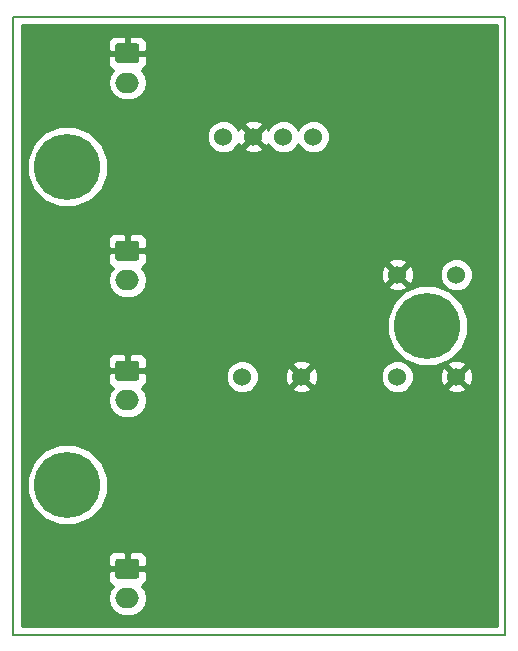
<source format=gbl>
%TF.GenerationSoftware,KiCad,Pcbnew,5.0.2+dfsg1-1*%
%TF.CreationDate,2022-03-26T23:48:13+09:00*%
%TF.ProjectId,tablet-psu,7461626c-6574-42d7-9073-752e6b696361,rev?*%
%TF.SameCoordinates,Original*%
%TF.FileFunction,Copper,L2,Bot*%
%TF.FilePolarity,Positive*%
%FSLAX46Y46*%
G04 Gerber Fmt 4.6, Leading zero omitted, Abs format (unit mm)*
G04 Created by KiCad (PCBNEW 5.0.2+dfsg1-1) date Sat 26 Mar 2022 11:48:13 PM JST*
%MOMM*%
%LPD*%
G01*
G04 APERTURE LIST*
%ADD10C,0.150000*%
%ADD11O,2.000000X1.700000*%
%ADD12C,0.100000*%
%ADD13C,1.700000*%
%ADD14C,1.524000*%
%ADD15C,5.600000*%
%ADD16C,0.254000*%
G04 APERTURE END LIST*
D10*
X138176000Y-70104000D02*
X138176000Y-122428000D01*
X96520000Y-70104000D02*
X138176000Y-70104000D01*
X96520000Y-122428000D02*
X138176000Y-122428000D01*
X96520000Y-70104000D02*
X96520000Y-122428000D01*
D11*
X106172000Y-75692000D03*
D12*
G36*
X106946504Y-72343204D02*
X106970773Y-72346804D01*
X106994571Y-72352765D01*
X107017671Y-72361030D01*
X107039849Y-72371520D01*
X107060893Y-72384133D01*
X107080598Y-72398747D01*
X107098777Y-72415223D01*
X107115253Y-72433402D01*
X107129867Y-72453107D01*
X107142480Y-72474151D01*
X107152970Y-72496329D01*
X107161235Y-72519429D01*
X107167196Y-72543227D01*
X107170796Y-72567496D01*
X107172000Y-72592000D01*
X107172000Y-73792000D01*
X107170796Y-73816504D01*
X107167196Y-73840773D01*
X107161235Y-73864571D01*
X107152970Y-73887671D01*
X107142480Y-73909849D01*
X107129867Y-73930893D01*
X107115253Y-73950598D01*
X107098777Y-73968777D01*
X107080598Y-73985253D01*
X107060893Y-73999867D01*
X107039849Y-74012480D01*
X107017671Y-74022970D01*
X106994571Y-74031235D01*
X106970773Y-74037196D01*
X106946504Y-74040796D01*
X106922000Y-74042000D01*
X105422000Y-74042000D01*
X105397496Y-74040796D01*
X105373227Y-74037196D01*
X105349429Y-74031235D01*
X105326329Y-74022970D01*
X105304151Y-74012480D01*
X105283107Y-73999867D01*
X105263402Y-73985253D01*
X105245223Y-73968777D01*
X105228747Y-73950598D01*
X105214133Y-73930893D01*
X105201520Y-73909849D01*
X105191030Y-73887671D01*
X105182765Y-73864571D01*
X105176804Y-73840773D01*
X105173204Y-73816504D01*
X105172000Y-73792000D01*
X105172000Y-72592000D01*
X105173204Y-72567496D01*
X105176804Y-72543227D01*
X105182765Y-72519429D01*
X105191030Y-72496329D01*
X105201520Y-72474151D01*
X105214133Y-72453107D01*
X105228747Y-72433402D01*
X105245223Y-72415223D01*
X105263402Y-72398747D01*
X105283107Y-72384133D01*
X105304151Y-72371520D01*
X105326329Y-72361030D01*
X105349429Y-72352765D01*
X105373227Y-72346804D01*
X105397496Y-72343204D01*
X105422000Y-72342000D01*
X106922000Y-72342000D01*
X106946504Y-72343204D01*
X106946504Y-72343204D01*
G37*
D13*
X106172000Y-73192000D03*
D12*
G36*
X106946504Y-89067204D02*
X106970773Y-89070804D01*
X106994571Y-89076765D01*
X107017671Y-89085030D01*
X107039849Y-89095520D01*
X107060893Y-89108133D01*
X107080598Y-89122747D01*
X107098777Y-89139223D01*
X107115253Y-89157402D01*
X107129867Y-89177107D01*
X107142480Y-89198151D01*
X107152970Y-89220329D01*
X107161235Y-89243429D01*
X107167196Y-89267227D01*
X107170796Y-89291496D01*
X107172000Y-89316000D01*
X107172000Y-90516000D01*
X107170796Y-90540504D01*
X107167196Y-90564773D01*
X107161235Y-90588571D01*
X107152970Y-90611671D01*
X107142480Y-90633849D01*
X107129867Y-90654893D01*
X107115253Y-90674598D01*
X107098777Y-90692777D01*
X107080598Y-90709253D01*
X107060893Y-90723867D01*
X107039849Y-90736480D01*
X107017671Y-90746970D01*
X106994571Y-90755235D01*
X106970773Y-90761196D01*
X106946504Y-90764796D01*
X106922000Y-90766000D01*
X105422000Y-90766000D01*
X105397496Y-90764796D01*
X105373227Y-90761196D01*
X105349429Y-90755235D01*
X105326329Y-90746970D01*
X105304151Y-90736480D01*
X105283107Y-90723867D01*
X105263402Y-90709253D01*
X105245223Y-90692777D01*
X105228747Y-90674598D01*
X105214133Y-90654893D01*
X105201520Y-90633849D01*
X105191030Y-90611671D01*
X105182765Y-90588571D01*
X105176804Y-90564773D01*
X105173204Y-90540504D01*
X105172000Y-90516000D01*
X105172000Y-89316000D01*
X105173204Y-89291496D01*
X105176804Y-89267227D01*
X105182765Y-89243429D01*
X105191030Y-89220329D01*
X105201520Y-89198151D01*
X105214133Y-89177107D01*
X105228747Y-89157402D01*
X105245223Y-89139223D01*
X105263402Y-89122747D01*
X105283107Y-89108133D01*
X105304151Y-89095520D01*
X105326329Y-89085030D01*
X105349429Y-89076765D01*
X105373227Y-89070804D01*
X105397496Y-89067204D01*
X105422000Y-89066000D01*
X106922000Y-89066000D01*
X106946504Y-89067204D01*
X106946504Y-89067204D01*
G37*
D13*
X106172000Y-89916000D03*
D11*
X106172000Y-92416000D03*
X106172000Y-102576000D03*
D12*
G36*
X106946504Y-99227204D02*
X106970773Y-99230804D01*
X106994571Y-99236765D01*
X107017671Y-99245030D01*
X107039849Y-99255520D01*
X107060893Y-99268133D01*
X107080598Y-99282747D01*
X107098777Y-99299223D01*
X107115253Y-99317402D01*
X107129867Y-99337107D01*
X107142480Y-99358151D01*
X107152970Y-99380329D01*
X107161235Y-99403429D01*
X107167196Y-99427227D01*
X107170796Y-99451496D01*
X107172000Y-99476000D01*
X107172000Y-100676000D01*
X107170796Y-100700504D01*
X107167196Y-100724773D01*
X107161235Y-100748571D01*
X107152970Y-100771671D01*
X107142480Y-100793849D01*
X107129867Y-100814893D01*
X107115253Y-100834598D01*
X107098777Y-100852777D01*
X107080598Y-100869253D01*
X107060893Y-100883867D01*
X107039849Y-100896480D01*
X107017671Y-100906970D01*
X106994571Y-100915235D01*
X106970773Y-100921196D01*
X106946504Y-100924796D01*
X106922000Y-100926000D01*
X105422000Y-100926000D01*
X105397496Y-100924796D01*
X105373227Y-100921196D01*
X105349429Y-100915235D01*
X105326329Y-100906970D01*
X105304151Y-100896480D01*
X105283107Y-100883867D01*
X105263402Y-100869253D01*
X105245223Y-100852777D01*
X105228747Y-100834598D01*
X105214133Y-100814893D01*
X105201520Y-100793849D01*
X105191030Y-100771671D01*
X105182765Y-100748571D01*
X105176804Y-100724773D01*
X105173204Y-100700504D01*
X105172000Y-100676000D01*
X105172000Y-99476000D01*
X105173204Y-99451496D01*
X105176804Y-99427227D01*
X105182765Y-99403429D01*
X105191030Y-99380329D01*
X105201520Y-99358151D01*
X105214133Y-99337107D01*
X105228747Y-99317402D01*
X105245223Y-99299223D01*
X105263402Y-99282747D01*
X105283107Y-99268133D01*
X105304151Y-99255520D01*
X105326329Y-99245030D01*
X105349429Y-99236765D01*
X105373227Y-99230804D01*
X105397496Y-99227204D01*
X105422000Y-99226000D01*
X106922000Y-99226000D01*
X106946504Y-99227204D01*
X106946504Y-99227204D01*
G37*
D13*
X106172000Y-100076000D03*
D12*
G36*
X106946504Y-115991204D02*
X106970773Y-115994804D01*
X106994571Y-116000765D01*
X107017671Y-116009030D01*
X107039849Y-116019520D01*
X107060893Y-116032133D01*
X107080598Y-116046747D01*
X107098777Y-116063223D01*
X107115253Y-116081402D01*
X107129867Y-116101107D01*
X107142480Y-116122151D01*
X107152970Y-116144329D01*
X107161235Y-116167429D01*
X107167196Y-116191227D01*
X107170796Y-116215496D01*
X107172000Y-116240000D01*
X107172000Y-117440000D01*
X107170796Y-117464504D01*
X107167196Y-117488773D01*
X107161235Y-117512571D01*
X107152970Y-117535671D01*
X107142480Y-117557849D01*
X107129867Y-117578893D01*
X107115253Y-117598598D01*
X107098777Y-117616777D01*
X107080598Y-117633253D01*
X107060893Y-117647867D01*
X107039849Y-117660480D01*
X107017671Y-117670970D01*
X106994571Y-117679235D01*
X106970773Y-117685196D01*
X106946504Y-117688796D01*
X106922000Y-117690000D01*
X105422000Y-117690000D01*
X105397496Y-117688796D01*
X105373227Y-117685196D01*
X105349429Y-117679235D01*
X105326329Y-117670970D01*
X105304151Y-117660480D01*
X105283107Y-117647867D01*
X105263402Y-117633253D01*
X105245223Y-117616777D01*
X105228747Y-117598598D01*
X105214133Y-117578893D01*
X105201520Y-117557849D01*
X105191030Y-117535671D01*
X105182765Y-117512571D01*
X105176804Y-117488773D01*
X105173204Y-117464504D01*
X105172000Y-117440000D01*
X105172000Y-116240000D01*
X105173204Y-116215496D01*
X105176804Y-116191227D01*
X105182765Y-116167429D01*
X105191030Y-116144329D01*
X105201520Y-116122151D01*
X105214133Y-116101107D01*
X105228747Y-116081402D01*
X105245223Y-116063223D01*
X105263402Y-116046747D01*
X105283107Y-116032133D01*
X105304151Y-116019520D01*
X105326329Y-116009030D01*
X105349429Y-116000765D01*
X105373227Y-115994804D01*
X105397496Y-115991204D01*
X105422000Y-115990000D01*
X106922000Y-115990000D01*
X106946504Y-115991204D01*
X106946504Y-115991204D01*
G37*
D13*
X106172000Y-116840000D03*
D11*
X106172000Y-119340000D03*
D14*
X114300000Y-80264000D03*
X116840000Y-80264000D03*
X119380000Y-80264000D03*
X121920000Y-80264000D03*
X134032000Y-91948000D03*
X129032000Y-91948000D03*
X115904000Y-100584000D03*
X120904000Y-100584000D03*
X134032000Y-100584000D03*
X129032000Y-100584000D03*
D15*
X101092000Y-82804000D03*
X101092000Y-109728000D03*
X131572000Y-96266000D03*
D16*
G36*
X137466001Y-121718000D02*
X97230000Y-121718000D01*
X97230000Y-119340000D01*
X104507908Y-119340000D01*
X104623161Y-119919418D01*
X104951375Y-120410625D01*
X105442582Y-120738839D01*
X105875744Y-120825000D01*
X106468256Y-120825000D01*
X106901418Y-120738839D01*
X107392625Y-120410625D01*
X107720839Y-119919418D01*
X107836092Y-119340000D01*
X107720839Y-118760582D01*
X107401291Y-118282344D01*
X107531699Y-118228327D01*
X107710327Y-118049698D01*
X107807000Y-117816309D01*
X107807000Y-117125750D01*
X107648250Y-116967000D01*
X106299000Y-116967000D01*
X106299000Y-116987000D01*
X106045000Y-116987000D01*
X106045000Y-116967000D01*
X104695750Y-116967000D01*
X104537000Y-117125750D01*
X104537000Y-117816309D01*
X104633673Y-118049698D01*
X104812301Y-118228327D01*
X104942709Y-118282344D01*
X104623161Y-118760582D01*
X104507908Y-119340000D01*
X97230000Y-119340000D01*
X97230000Y-115863691D01*
X104537000Y-115863691D01*
X104537000Y-116554250D01*
X104695750Y-116713000D01*
X106045000Y-116713000D01*
X106045000Y-115513750D01*
X106299000Y-115513750D01*
X106299000Y-116713000D01*
X107648250Y-116713000D01*
X107807000Y-116554250D01*
X107807000Y-115863691D01*
X107710327Y-115630302D01*
X107531699Y-115451673D01*
X107298310Y-115355000D01*
X106457750Y-115355000D01*
X106299000Y-115513750D01*
X106045000Y-115513750D01*
X105886250Y-115355000D01*
X105045690Y-115355000D01*
X104812301Y-115451673D01*
X104633673Y-115630302D01*
X104537000Y-115863691D01*
X97230000Y-115863691D01*
X97230000Y-109044736D01*
X97657000Y-109044736D01*
X97657000Y-110411264D01*
X98179947Y-111673771D01*
X99146229Y-112640053D01*
X100408736Y-113163000D01*
X101775264Y-113163000D01*
X103037771Y-112640053D01*
X104004053Y-111673771D01*
X104527000Y-110411264D01*
X104527000Y-109044736D01*
X104004053Y-107782229D01*
X103037771Y-106815947D01*
X101775264Y-106293000D01*
X100408736Y-106293000D01*
X99146229Y-106815947D01*
X98179947Y-107782229D01*
X97657000Y-109044736D01*
X97230000Y-109044736D01*
X97230000Y-102576000D01*
X104507908Y-102576000D01*
X104623161Y-103155418D01*
X104951375Y-103646625D01*
X105442582Y-103974839D01*
X105875744Y-104061000D01*
X106468256Y-104061000D01*
X106901418Y-103974839D01*
X107392625Y-103646625D01*
X107720839Y-103155418D01*
X107836092Y-102576000D01*
X107720839Y-101996582D01*
X107401291Y-101518344D01*
X107531699Y-101464327D01*
X107710327Y-101285698D01*
X107807000Y-101052309D01*
X107807000Y-100361750D01*
X107751369Y-100306119D01*
X114507000Y-100306119D01*
X114507000Y-100861881D01*
X114719680Y-101375337D01*
X115112663Y-101768320D01*
X115626119Y-101981000D01*
X116181881Y-101981000D01*
X116695337Y-101768320D01*
X116899444Y-101564213D01*
X120103392Y-101564213D01*
X120172857Y-101806397D01*
X120696302Y-101993144D01*
X121251368Y-101965362D01*
X121635143Y-101806397D01*
X121704608Y-101564213D01*
X120904000Y-100763605D01*
X120103392Y-101564213D01*
X116899444Y-101564213D01*
X117088320Y-101375337D01*
X117301000Y-100861881D01*
X117301000Y-100376302D01*
X119494856Y-100376302D01*
X119522638Y-100931368D01*
X119681603Y-101315143D01*
X119923787Y-101384608D01*
X120724395Y-100584000D01*
X121083605Y-100584000D01*
X121884213Y-101384608D01*
X122126397Y-101315143D01*
X122313144Y-100791698D01*
X122288840Y-100306119D01*
X127635000Y-100306119D01*
X127635000Y-100861881D01*
X127847680Y-101375337D01*
X128240663Y-101768320D01*
X128754119Y-101981000D01*
X129309881Y-101981000D01*
X129823337Y-101768320D01*
X130027444Y-101564213D01*
X133231392Y-101564213D01*
X133300857Y-101806397D01*
X133824302Y-101993144D01*
X134379368Y-101965362D01*
X134763143Y-101806397D01*
X134832608Y-101564213D01*
X134032000Y-100763605D01*
X133231392Y-101564213D01*
X130027444Y-101564213D01*
X130216320Y-101375337D01*
X130429000Y-100861881D01*
X130429000Y-100376302D01*
X132622856Y-100376302D01*
X132650638Y-100931368D01*
X132809603Y-101315143D01*
X133051787Y-101384608D01*
X133852395Y-100584000D01*
X134211605Y-100584000D01*
X135012213Y-101384608D01*
X135254397Y-101315143D01*
X135441144Y-100791698D01*
X135413362Y-100236632D01*
X135254397Y-99852857D01*
X135012213Y-99783392D01*
X134211605Y-100584000D01*
X133852395Y-100584000D01*
X133051787Y-99783392D01*
X132809603Y-99852857D01*
X132622856Y-100376302D01*
X130429000Y-100376302D01*
X130429000Y-100306119D01*
X130216320Y-99792663D01*
X129823337Y-99399680D01*
X129309881Y-99187000D01*
X128754119Y-99187000D01*
X128240663Y-99399680D01*
X127847680Y-99792663D01*
X127635000Y-100306119D01*
X122288840Y-100306119D01*
X122285362Y-100236632D01*
X122126397Y-99852857D01*
X121884213Y-99783392D01*
X121083605Y-100584000D01*
X120724395Y-100584000D01*
X119923787Y-99783392D01*
X119681603Y-99852857D01*
X119494856Y-100376302D01*
X117301000Y-100376302D01*
X117301000Y-100306119D01*
X117088320Y-99792663D01*
X116899444Y-99603787D01*
X120103392Y-99603787D01*
X120904000Y-100404395D01*
X121704608Y-99603787D01*
X121635143Y-99361603D01*
X121111698Y-99174856D01*
X120556632Y-99202638D01*
X120172857Y-99361603D01*
X120103392Y-99603787D01*
X116899444Y-99603787D01*
X116695337Y-99399680D01*
X116181881Y-99187000D01*
X115626119Y-99187000D01*
X115112663Y-99399680D01*
X114719680Y-99792663D01*
X114507000Y-100306119D01*
X107751369Y-100306119D01*
X107648250Y-100203000D01*
X106299000Y-100203000D01*
X106299000Y-100223000D01*
X106045000Y-100223000D01*
X106045000Y-100203000D01*
X104695750Y-100203000D01*
X104537000Y-100361750D01*
X104537000Y-101052309D01*
X104633673Y-101285698D01*
X104812301Y-101464327D01*
X104942709Y-101518344D01*
X104623161Y-101996582D01*
X104507908Y-102576000D01*
X97230000Y-102576000D01*
X97230000Y-99099691D01*
X104537000Y-99099691D01*
X104537000Y-99790250D01*
X104695750Y-99949000D01*
X106045000Y-99949000D01*
X106045000Y-98749750D01*
X106299000Y-98749750D01*
X106299000Y-99949000D01*
X107648250Y-99949000D01*
X107807000Y-99790250D01*
X107807000Y-99099691D01*
X107710327Y-98866302D01*
X107531699Y-98687673D01*
X107298310Y-98591000D01*
X106457750Y-98591000D01*
X106299000Y-98749750D01*
X106045000Y-98749750D01*
X105886250Y-98591000D01*
X105045690Y-98591000D01*
X104812301Y-98687673D01*
X104633673Y-98866302D01*
X104537000Y-99099691D01*
X97230000Y-99099691D01*
X97230000Y-95582736D01*
X128137000Y-95582736D01*
X128137000Y-96949264D01*
X128659947Y-98211771D01*
X129626229Y-99178053D01*
X130888736Y-99701000D01*
X132255264Y-99701000D01*
X132489957Y-99603787D01*
X133231392Y-99603787D01*
X134032000Y-100404395D01*
X134832608Y-99603787D01*
X134763143Y-99361603D01*
X134239698Y-99174856D01*
X133684632Y-99202638D01*
X133300857Y-99361603D01*
X133231392Y-99603787D01*
X132489957Y-99603787D01*
X133517771Y-99178053D01*
X134484053Y-98211771D01*
X135007000Y-96949264D01*
X135007000Y-95582736D01*
X134484053Y-94320229D01*
X133517771Y-93353947D01*
X132255264Y-92831000D01*
X130888736Y-92831000D01*
X129626229Y-93353947D01*
X128659947Y-94320229D01*
X128137000Y-95582736D01*
X97230000Y-95582736D01*
X97230000Y-92416000D01*
X104507908Y-92416000D01*
X104623161Y-92995418D01*
X104951375Y-93486625D01*
X105442582Y-93814839D01*
X105875744Y-93901000D01*
X106468256Y-93901000D01*
X106901418Y-93814839D01*
X107392625Y-93486625D01*
X107720839Y-92995418D01*
X107734206Y-92928213D01*
X128231392Y-92928213D01*
X128300857Y-93170397D01*
X128824302Y-93357144D01*
X129379368Y-93329362D01*
X129763143Y-93170397D01*
X129832608Y-92928213D01*
X129032000Y-92127605D01*
X128231392Y-92928213D01*
X107734206Y-92928213D01*
X107836092Y-92416000D01*
X107720839Y-91836582D01*
X107656507Y-91740302D01*
X127622856Y-91740302D01*
X127650638Y-92295368D01*
X127809603Y-92679143D01*
X128051787Y-92748608D01*
X128852395Y-91948000D01*
X129211605Y-91948000D01*
X130012213Y-92748608D01*
X130254397Y-92679143D01*
X130441144Y-92155698D01*
X130416840Y-91670119D01*
X132635000Y-91670119D01*
X132635000Y-92225881D01*
X132847680Y-92739337D01*
X133240663Y-93132320D01*
X133754119Y-93345000D01*
X134309881Y-93345000D01*
X134823337Y-93132320D01*
X135216320Y-92739337D01*
X135429000Y-92225881D01*
X135429000Y-91670119D01*
X135216320Y-91156663D01*
X134823337Y-90763680D01*
X134309881Y-90551000D01*
X133754119Y-90551000D01*
X133240663Y-90763680D01*
X132847680Y-91156663D01*
X132635000Y-91670119D01*
X130416840Y-91670119D01*
X130413362Y-91600632D01*
X130254397Y-91216857D01*
X130012213Y-91147392D01*
X129211605Y-91948000D01*
X128852395Y-91948000D01*
X128051787Y-91147392D01*
X127809603Y-91216857D01*
X127622856Y-91740302D01*
X107656507Y-91740302D01*
X107401291Y-91358344D01*
X107531699Y-91304327D01*
X107710327Y-91125698D01*
X107775735Y-90967787D01*
X128231392Y-90967787D01*
X129032000Y-91768395D01*
X129832608Y-90967787D01*
X129763143Y-90725603D01*
X129239698Y-90538856D01*
X128684632Y-90566638D01*
X128300857Y-90725603D01*
X128231392Y-90967787D01*
X107775735Y-90967787D01*
X107807000Y-90892309D01*
X107807000Y-90201750D01*
X107648250Y-90043000D01*
X106299000Y-90043000D01*
X106299000Y-90063000D01*
X106045000Y-90063000D01*
X106045000Y-90043000D01*
X104695750Y-90043000D01*
X104537000Y-90201750D01*
X104537000Y-90892309D01*
X104633673Y-91125698D01*
X104812301Y-91304327D01*
X104942709Y-91358344D01*
X104623161Y-91836582D01*
X104507908Y-92416000D01*
X97230000Y-92416000D01*
X97230000Y-88939691D01*
X104537000Y-88939691D01*
X104537000Y-89630250D01*
X104695750Y-89789000D01*
X106045000Y-89789000D01*
X106045000Y-88589750D01*
X106299000Y-88589750D01*
X106299000Y-89789000D01*
X107648250Y-89789000D01*
X107807000Y-89630250D01*
X107807000Y-88939691D01*
X107710327Y-88706302D01*
X107531699Y-88527673D01*
X107298310Y-88431000D01*
X106457750Y-88431000D01*
X106299000Y-88589750D01*
X106045000Y-88589750D01*
X105886250Y-88431000D01*
X105045690Y-88431000D01*
X104812301Y-88527673D01*
X104633673Y-88706302D01*
X104537000Y-88939691D01*
X97230000Y-88939691D01*
X97230000Y-82120736D01*
X97657000Y-82120736D01*
X97657000Y-83487264D01*
X98179947Y-84749771D01*
X99146229Y-85716053D01*
X100408736Y-86239000D01*
X101775264Y-86239000D01*
X103037771Y-85716053D01*
X104004053Y-84749771D01*
X104527000Y-83487264D01*
X104527000Y-82120736D01*
X104004053Y-80858229D01*
X103131943Y-79986119D01*
X112903000Y-79986119D01*
X112903000Y-80541881D01*
X113115680Y-81055337D01*
X113508663Y-81448320D01*
X114022119Y-81661000D01*
X114577881Y-81661000D01*
X115091337Y-81448320D01*
X115295444Y-81244213D01*
X116039392Y-81244213D01*
X116108857Y-81486397D01*
X116632302Y-81673144D01*
X117187368Y-81645362D01*
X117571143Y-81486397D01*
X117640608Y-81244213D01*
X116840000Y-80443605D01*
X116039392Y-81244213D01*
X115295444Y-81244213D01*
X115484320Y-81055337D01*
X115563428Y-80864353D01*
X115617603Y-80995143D01*
X115859787Y-81064608D01*
X116660395Y-80264000D01*
X117019605Y-80264000D01*
X117820213Y-81064608D01*
X118062397Y-80995143D01*
X118112535Y-80854607D01*
X118195680Y-81055337D01*
X118588663Y-81448320D01*
X119102119Y-81661000D01*
X119657881Y-81661000D01*
X120171337Y-81448320D01*
X120564320Y-81055337D01*
X120650000Y-80848487D01*
X120735680Y-81055337D01*
X121128663Y-81448320D01*
X121642119Y-81661000D01*
X122197881Y-81661000D01*
X122711337Y-81448320D01*
X123104320Y-81055337D01*
X123317000Y-80541881D01*
X123317000Y-79986119D01*
X123104320Y-79472663D01*
X122711337Y-79079680D01*
X122197881Y-78867000D01*
X121642119Y-78867000D01*
X121128663Y-79079680D01*
X120735680Y-79472663D01*
X120650000Y-79679513D01*
X120564320Y-79472663D01*
X120171337Y-79079680D01*
X119657881Y-78867000D01*
X119102119Y-78867000D01*
X118588663Y-79079680D01*
X118195680Y-79472663D01*
X118116572Y-79663647D01*
X118062397Y-79532857D01*
X117820213Y-79463392D01*
X117019605Y-80264000D01*
X116660395Y-80264000D01*
X115859787Y-79463392D01*
X115617603Y-79532857D01*
X115567465Y-79673393D01*
X115484320Y-79472663D01*
X115295444Y-79283787D01*
X116039392Y-79283787D01*
X116840000Y-80084395D01*
X117640608Y-79283787D01*
X117571143Y-79041603D01*
X117047698Y-78854856D01*
X116492632Y-78882638D01*
X116108857Y-79041603D01*
X116039392Y-79283787D01*
X115295444Y-79283787D01*
X115091337Y-79079680D01*
X114577881Y-78867000D01*
X114022119Y-78867000D01*
X113508663Y-79079680D01*
X113115680Y-79472663D01*
X112903000Y-79986119D01*
X103131943Y-79986119D01*
X103037771Y-79891947D01*
X101775264Y-79369000D01*
X100408736Y-79369000D01*
X99146229Y-79891947D01*
X98179947Y-80858229D01*
X97657000Y-82120736D01*
X97230000Y-82120736D01*
X97230000Y-75692000D01*
X104507908Y-75692000D01*
X104623161Y-76271418D01*
X104951375Y-76762625D01*
X105442582Y-77090839D01*
X105875744Y-77177000D01*
X106468256Y-77177000D01*
X106901418Y-77090839D01*
X107392625Y-76762625D01*
X107720839Y-76271418D01*
X107836092Y-75692000D01*
X107720839Y-75112582D01*
X107401291Y-74634344D01*
X107531699Y-74580327D01*
X107710327Y-74401698D01*
X107807000Y-74168309D01*
X107807000Y-73477750D01*
X107648250Y-73319000D01*
X106299000Y-73319000D01*
X106299000Y-73339000D01*
X106045000Y-73339000D01*
X106045000Y-73319000D01*
X104695750Y-73319000D01*
X104537000Y-73477750D01*
X104537000Y-74168309D01*
X104633673Y-74401698D01*
X104812301Y-74580327D01*
X104942709Y-74634344D01*
X104623161Y-75112582D01*
X104507908Y-75692000D01*
X97230000Y-75692000D01*
X97230000Y-72215691D01*
X104537000Y-72215691D01*
X104537000Y-72906250D01*
X104695750Y-73065000D01*
X106045000Y-73065000D01*
X106045000Y-71865750D01*
X106299000Y-71865750D01*
X106299000Y-73065000D01*
X107648250Y-73065000D01*
X107807000Y-72906250D01*
X107807000Y-72215691D01*
X107710327Y-71982302D01*
X107531699Y-71803673D01*
X107298310Y-71707000D01*
X106457750Y-71707000D01*
X106299000Y-71865750D01*
X106045000Y-71865750D01*
X105886250Y-71707000D01*
X105045690Y-71707000D01*
X104812301Y-71803673D01*
X104633673Y-71982302D01*
X104537000Y-72215691D01*
X97230000Y-72215691D01*
X97230000Y-70814000D01*
X137466000Y-70814000D01*
X137466001Y-121718000D01*
X137466001Y-121718000D01*
G37*
X137466001Y-121718000D02*
X97230000Y-121718000D01*
X97230000Y-119340000D01*
X104507908Y-119340000D01*
X104623161Y-119919418D01*
X104951375Y-120410625D01*
X105442582Y-120738839D01*
X105875744Y-120825000D01*
X106468256Y-120825000D01*
X106901418Y-120738839D01*
X107392625Y-120410625D01*
X107720839Y-119919418D01*
X107836092Y-119340000D01*
X107720839Y-118760582D01*
X107401291Y-118282344D01*
X107531699Y-118228327D01*
X107710327Y-118049698D01*
X107807000Y-117816309D01*
X107807000Y-117125750D01*
X107648250Y-116967000D01*
X106299000Y-116967000D01*
X106299000Y-116987000D01*
X106045000Y-116987000D01*
X106045000Y-116967000D01*
X104695750Y-116967000D01*
X104537000Y-117125750D01*
X104537000Y-117816309D01*
X104633673Y-118049698D01*
X104812301Y-118228327D01*
X104942709Y-118282344D01*
X104623161Y-118760582D01*
X104507908Y-119340000D01*
X97230000Y-119340000D01*
X97230000Y-115863691D01*
X104537000Y-115863691D01*
X104537000Y-116554250D01*
X104695750Y-116713000D01*
X106045000Y-116713000D01*
X106045000Y-115513750D01*
X106299000Y-115513750D01*
X106299000Y-116713000D01*
X107648250Y-116713000D01*
X107807000Y-116554250D01*
X107807000Y-115863691D01*
X107710327Y-115630302D01*
X107531699Y-115451673D01*
X107298310Y-115355000D01*
X106457750Y-115355000D01*
X106299000Y-115513750D01*
X106045000Y-115513750D01*
X105886250Y-115355000D01*
X105045690Y-115355000D01*
X104812301Y-115451673D01*
X104633673Y-115630302D01*
X104537000Y-115863691D01*
X97230000Y-115863691D01*
X97230000Y-109044736D01*
X97657000Y-109044736D01*
X97657000Y-110411264D01*
X98179947Y-111673771D01*
X99146229Y-112640053D01*
X100408736Y-113163000D01*
X101775264Y-113163000D01*
X103037771Y-112640053D01*
X104004053Y-111673771D01*
X104527000Y-110411264D01*
X104527000Y-109044736D01*
X104004053Y-107782229D01*
X103037771Y-106815947D01*
X101775264Y-106293000D01*
X100408736Y-106293000D01*
X99146229Y-106815947D01*
X98179947Y-107782229D01*
X97657000Y-109044736D01*
X97230000Y-109044736D01*
X97230000Y-102576000D01*
X104507908Y-102576000D01*
X104623161Y-103155418D01*
X104951375Y-103646625D01*
X105442582Y-103974839D01*
X105875744Y-104061000D01*
X106468256Y-104061000D01*
X106901418Y-103974839D01*
X107392625Y-103646625D01*
X107720839Y-103155418D01*
X107836092Y-102576000D01*
X107720839Y-101996582D01*
X107401291Y-101518344D01*
X107531699Y-101464327D01*
X107710327Y-101285698D01*
X107807000Y-101052309D01*
X107807000Y-100361750D01*
X107751369Y-100306119D01*
X114507000Y-100306119D01*
X114507000Y-100861881D01*
X114719680Y-101375337D01*
X115112663Y-101768320D01*
X115626119Y-101981000D01*
X116181881Y-101981000D01*
X116695337Y-101768320D01*
X116899444Y-101564213D01*
X120103392Y-101564213D01*
X120172857Y-101806397D01*
X120696302Y-101993144D01*
X121251368Y-101965362D01*
X121635143Y-101806397D01*
X121704608Y-101564213D01*
X120904000Y-100763605D01*
X120103392Y-101564213D01*
X116899444Y-101564213D01*
X117088320Y-101375337D01*
X117301000Y-100861881D01*
X117301000Y-100376302D01*
X119494856Y-100376302D01*
X119522638Y-100931368D01*
X119681603Y-101315143D01*
X119923787Y-101384608D01*
X120724395Y-100584000D01*
X121083605Y-100584000D01*
X121884213Y-101384608D01*
X122126397Y-101315143D01*
X122313144Y-100791698D01*
X122288840Y-100306119D01*
X127635000Y-100306119D01*
X127635000Y-100861881D01*
X127847680Y-101375337D01*
X128240663Y-101768320D01*
X128754119Y-101981000D01*
X129309881Y-101981000D01*
X129823337Y-101768320D01*
X130027444Y-101564213D01*
X133231392Y-101564213D01*
X133300857Y-101806397D01*
X133824302Y-101993144D01*
X134379368Y-101965362D01*
X134763143Y-101806397D01*
X134832608Y-101564213D01*
X134032000Y-100763605D01*
X133231392Y-101564213D01*
X130027444Y-101564213D01*
X130216320Y-101375337D01*
X130429000Y-100861881D01*
X130429000Y-100376302D01*
X132622856Y-100376302D01*
X132650638Y-100931368D01*
X132809603Y-101315143D01*
X133051787Y-101384608D01*
X133852395Y-100584000D01*
X134211605Y-100584000D01*
X135012213Y-101384608D01*
X135254397Y-101315143D01*
X135441144Y-100791698D01*
X135413362Y-100236632D01*
X135254397Y-99852857D01*
X135012213Y-99783392D01*
X134211605Y-100584000D01*
X133852395Y-100584000D01*
X133051787Y-99783392D01*
X132809603Y-99852857D01*
X132622856Y-100376302D01*
X130429000Y-100376302D01*
X130429000Y-100306119D01*
X130216320Y-99792663D01*
X129823337Y-99399680D01*
X129309881Y-99187000D01*
X128754119Y-99187000D01*
X128240663Y-99399680D01*
X127847680Y-99792663D01*
X127635000Y-100306119D01*
X122288840Y-100306119D01*
X122285362Y-100236632D01*
X122126397Y-99852857D01*
X121884213Y-99783392D01*
X121083605Y-100584000D01*
X120724395Y-100584000D01*
X119923787Y-99783392D01*
X119681603Y-99852857D01*
X119494856Y-100376302D01*
X117301000Y-100376302D01*
X117301000Y-100306119D01*
X117088320Y-99792663D01*
X116899444Y-99603787D01*
X120103392Y-99603787D01*
X120904000Y-100404395D01*
X121704608Y-99603787D01*
X121635143Y-99361603D01*
X121111698Y-99174856D01*
X120556632Y-99202638D01*
X120172857Y-99361603D01*
X120103392Y-99603787D01*
X116899444Y-99603787D01*
X116695337Y-99399680D01*
X116181881Y-99187000D01*
X115626119Y-99187000D01*
X115112663Y-99399680D01*
X114719680Y-99792663D01*
X114507000Y-100306119D01*
X107751369Y-100306119D01*
X107648250Y-100203000D01*
X106299000Y-100203000D01*
X106299000Y-100223000D01*
X106045000Y-100223000D01*
X106045000Y-100203000D01*
X104695750Y-100203000D01*
X104537000Y-100361750D01*
X104537000Y-101052309D01*
X104633673Y-101285698D01*
X104812301Y-101464327D01*
X104942709Y-101518344D01*
X104623161Y-101996582D01*
X104507908Y-102576000D01*
X97230000Y-102576000D01*
X97230000Y-99099691D01*
X104537000Y-99099691D01*
X104537000Y-99790250D01*
X104695750Y-99949000D01*
X106045000Y-99949000D01*
X106045000Y-98749750D01*
X106299000Y-98749750D01*
X106299000Y-99949000D01*
X107648250Y-99949000D01*
X107807000Y-99790250D01*
X107807000Y-99099691D01*
X107710327Y-98866302D01*
X107531699Y-98687673D01*
X107298310Y-98591000D01*
X106457750Y-98591000D01*
X106299000Y-98749750D01*
X106045000Y-98749750D01*
X105886250Y-98591000D01*
X105045690Y-98591000D01*
X104812301Y-98687673D01*
X104633673Y-98866302D01*
X104537000Y-99099691D01*
X97230000Y-99099691D01*
X97230000Y-95582736D01*
X128137000Y-95582736D01*
X128137000Y-96949264D01*
X128659947Y-98211771D01*
X129626229Y-99178053D01*
X130888736Y-99701000D01*
X132255264Y-99701000D01*
X132489957Y-99603787D01*
X133231392Y-99603787D01*
X134032000Y-100404395D01*
X134832608Y-99603787D01*
X134763143Y-99361603D01*
X134239698Y-99174856D01*
X133684632Y-99202638D01*
X133300857Y-99361603D01*
X133231392Y-99603787D01*
X132489957Y-99603787D01*
X133517771Y-99178053D01*
X134484053Y-98211771D01*
X135007000Y-96949264D01*
X135007000Y-95582736D01*
X134484053Y-94320229D01*
X133517771Y-93353947D01*
X132255264Y-92831000D01*
X130888736Y-92831000D01*
X129626229Y-93353947D01*
X128659947Y-94320229D01*
X128137000Y-95582736D01*
X97230000Y-95582736D01*
X97230000Y-92416000D01*
X104507908Y-92416000D01*
X104623161Y-92995418D01*
X104951375Y-93486625D01*
X105442582Y-93814839D01*
X105875744Y-93901000D01*
X106468256Y-93901000D01*
X106901418Y-93814839D01*
X107392625Y-93486625D01*
X107720839Y-92995418D01*
X107734206Y-92928213D01*
X128231392Y-92928213D01*
X128300857Y-93170397D01*
X128824302Y-93357144D01*
X129379368Y-93329362D01*
X129763143Y-93170397D01*
X129832608Y-92928213D01*
X129032000Y-92127605D01*
X128231392Y-92928213D01*
X107734206Y-92928213D01*
X107836092Y-92416000D01*
X107720839Y-91836582D01*
X107656507Y-91740302D01*
X127622856Y-91740302D01*
X127650638Y-92295368D01*
X127809603Y-92679143D01*
X128051787Y-92748608D01*
X128852395Y-91948000D01*
X129211605Y-91948000D01*
X130012213Y-92748608D01*
X130254397Y-92679143D01*
X130441144Y-92155698D01*
X130416840Y-91670119D01*
X132635000Y-91670119D01*
X132635000Y-92225881D01*
X132847680Y-92739337D01*
X133240663Y-93132320D01*
X133754119Y-93345000D01*
X134309881Y-93345000D01*
X134823337Y-93132320D01*
X135216320Y-92739337D01*
X135429000Y-92225881D01*
X135429000Y-91670119D01*
X135216320Y-91156663D01*
X134823337Y-90763680D01*
X134309881Y-90551000D01*
X133754119Y-90551000D01*
X133240663Y-90763680D01*
X132847680Y-91156663D01*
X132635000Y-91670119D01*
X130416840Y-91670119D01*
X130413362Y-91600632D01*
X130254397Y-91216857D01*
X130012213Y-91147392D01*
X129211605Y-91948000D01*
X128852395Y-91948000D01*
X128051787Y-91147392D01*
X127809603Y-91216857D01*
X127622856Y-91740302D01*
X107656507Y-91740302D01*
X107401291Y-91358344D01*
X107531699Y-91304327D01*
X107710327Y-91125698D01*
X107775735Y-90967787D01*
X128231392Y-90967787D01*
X129032000Y-91768395D01*
X129832608Y-90967787D01*
X129763143Y-90725603D01*
X129239698Y-90538856D01*
X128684632Y-90566638D01*
X128300857Y-90725603D01*
X128231392Y-90967787D01*
X107775735Y-90967787D01*
X107807000Y-90892309D01*
X107807000Y-90201750D01*
X107648250Y-90043000D01*
X106299000Y-90043000D01*
X106299000Y-90063000D01*
X106045000Y-90063000D01*
X106045000Y-90043000D01*
X104695750Y-90043000D01*
X104537000Y-90201750D01*
X104537000Y-90892309D01*
X104633673Y-91125698D01*
X104812301Y-91304327D01*
X104942709Y-91358344D01*
X104623161Y-91836582D01*
X104507908Y-92416000D01*
X97230000Y-92416000D01*
X97230000Y-88939691D01*
X104537000Y-88939691D01*
X104537000Y-89630250D01*
X104695750Y-89789000D01*
X106045000Y-89789000D01*
X106045000Y-88589750D01*
X106299000Y-88589750D01*
X106299000Y-89789000D01*
X107648250Y-89789000D01*
X107807000Y-89630250D01*
X107807000Y-88939691D01*
X107710327Y-88706302D01*
X107531699Y-88527673D01*
X107298310Y-88431000D01*
X106457750Y-88431000D01*
X106299000Y-88589750D01*
X106045000Y-88589750D01*
X105886250Y-88431000D01*
X105045690Y-88431000D01*
X104812301Y-88527673D01*
X104633673Y-88706302D01*
X104537000Y-88939691D01*
X97230000Y-88939691D01*
X97230000Y-82120736D01*
X97657000Y-82120736D01*
X97657000Y-83487264D01*
X98179947Y-84749771D01*
X99146229Y-85716053D01*
X100408736Y-86239000D01*
X101775264Y-86239000D01*
X103037771Y-85716053D01*
X104004053Y-84749771D01*
X104527000Y-83487264D01*
X104527000Y-82120736D01*
X104004053Y-80858229D01*
X103131943Y-79986119D01*
X112903000Y-79986119D01*
X112903000Y-80541881D01*
X113115680Y-81055337D01*
X113508663Y-81448320D01*
X114022119Y-81661000D01*
X114577881Y-81661000D01*
X115091337Y-81448320D01*
X115295444Y-81244213D01*
X116039392Y-81244213D01*
X116108857Y-81486397D01*
X116632302Y-81673144D01*
X117187368Y-81645362D01*
X117571143Y-81486397D01*
X117640608Y-81244213D01*
X116840000Y-80443605D01*
X116039392Y-81244213D01*
X115295444Y-81244213D01*
X115484320Y-81055337D01*
X115563428Y-80864353D01*
X115617603Y-80995143D01*
X115859787Y-81064608D01*
X116660395Y-80264000D01*
X117019605Y-80264000D01*
X117820213Y-81064608D01*
X118062397Y-80995143D01*
X118112535Y-80854607D01*
X118195680Y-81055337D01*
X118588663Y-81448320D01*
X119102119Y-81661000D01*
X119657881Y-81661000D01*
X120171337Y-81448320D01*
X120564320Y-81055337D01*
X120650000Y-80848487D01*
X120735680Y-81055337D01*
X121128663Y-81448320D01*
X121642119Y-81661000D01*
X122197881Y-81661000D01*
X122711337Y-81448320D01*
X123104320Y-81055337D01*
X123317000Y-80541881D01*
X123317000Y-79986119D01*
X123104320Y-79472663D01*
X122711337Y-79079680D01*
X122197881Y-78867000D01*
X121642119Y-78867000D01*
X121128663Y-79079680D01*
X120735680Y-79472663D01*
X120650000Y-79679513D01*
X120564320Y-79472663D01*
X120171337Y-79079680D01*
X119657881Y-78867000D01*
X119102119Y-78867000D01*
X118588663Y-79079680D01*
X118195680Y-79472663D01*
X118116572Y-79663647D01*
X118062397Y-79532857D01*
X117820213Y-79463392D01*
X117019605Y-80264000D01*
X116660395Y-80264000D01*
X115859787Y-79463392D01*
X115617603Y-79532857D01*
X115567465Y-79673393D01*
X115484320Y-79472663D01*
X115295444Y-79283787D01*
X116039392Y-79283787D01*
X116840000Y-80084395D01*
X117640608Y-79283787D01*
X117571143Y-79041603D01*
X117047698Y-78854856D01*
X116492632Y-78882638D01*
X116108857Y-79041603D01*
X116039392Y-79283787D01*
X115295444Y-79283787D01*
X115091337Y-79079680D01*
X114577881Y-78867000D01*
X114022119Y-78867000D01*
X113508663Y-79079680D01*
X113115680Y-79472663D01*
X112903000Y-79986119D01*
X103131943Y-79986119D01*
X103037771Y-79891947D01*
X101775264Y-79369000D01*
X100408736Y-79369000D01*
X99146229Y-79891947D01*
X98179947Y-80858229D01*
X97657000Y-82120736D01*
X97230000Y-82120736D01*
X97230000Y-75692000D01*
X104507908Y-75692000D01*
X104623161Y-76271418D01*
X104951375Y-76762625D01*
X105442582Y-77090839D01*
X105875744Y-77177000D01*
X106468256Y-77177000D01*
X106901418Y-77090839D01*
X107392625Y-76762625D01*
X107720839Y-76271418D01*
X107836092Y-75692000D01*
X107720839Y-75112582D01*
X107401291Y-74634344D01*
X107531699Y-74580327D01*
X107710327Y-74401698D01*
X107807000Y-74168309D01*
X107807000Y-73477750D01*
X107648250Y-73319000D01*
X106299000Y-73319000D01*
X106299000Y-73339000D01*
X106045000Y-73339000D01*
X106045000Y-73319000D01*
X104695750Y-73319000D01*
X104537000Y-73477750D01*
X104537000Y-74168309D01*
X104633673Y-74401698D01*
X104812301Y-74580327D01*
X104942709Y-74634344D01*
X104623161Y-75112582D01*
X104507908Y-75692000D01*
X97230000Y-75692000D01*
X97230000Y-72215691D01*
X104537000Y-72215691D01*
X104537000Y-72906250D01*
X104695750Y-73065000D01*
X106045000Y-73065000D01*
X106045000Y-71865750D01*
X106299000Y-71865750D01*
X106299000Y-73065000D01*
X107648250Y-73065000D01*
X107807000Y-72906250D01*
X107807000Y-72215691D01*
X107710327Y-71982302D01*
X107531699Y-71803673D01*
X107298310Y-71707000D01*
X106457750Y-71707000D01*
X106299000Y-71865750D01*
X106045000Y-71865750D01*
X105886250Y-71707000D01*
X105045690Y-71707000D01*
X104812301Y-71803673D01*
X104633673Y-71982302D01*
X104537000Y-72215691D01*
X97230000Y-72215691D01*
X97230000Y-70814000D01*
X137466000Y-70814000D01*
X137466001Y-121718000D01*
M02*

</source>
